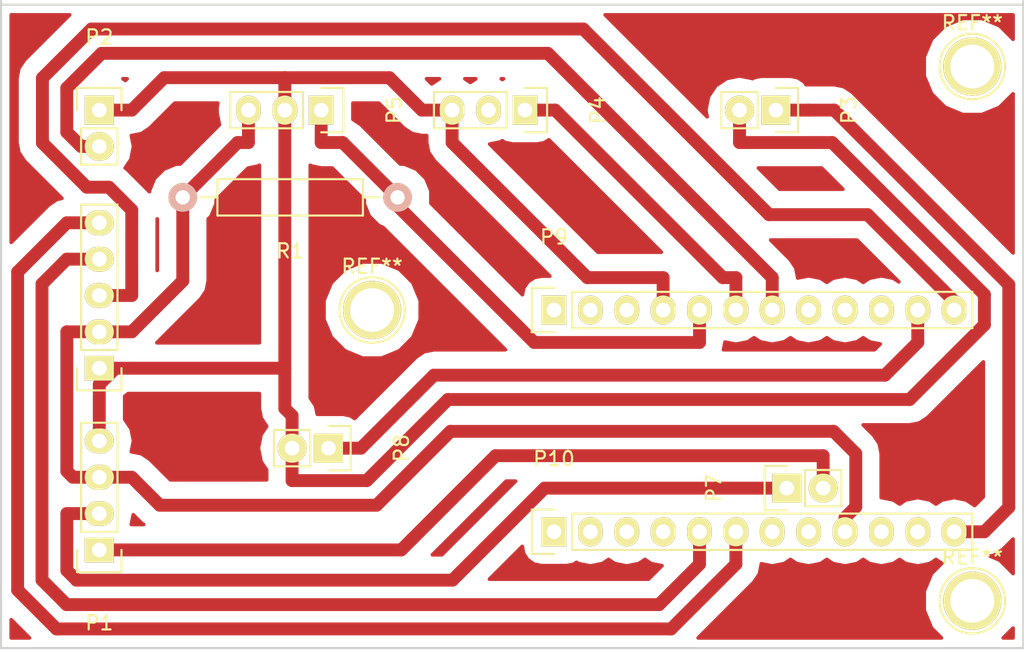
<source format=kicad_pcb>
(kicad_pcb (version 4) (host pcbnew 4.0.2-stable)

  (general
    (links 22)
    (no_connects 0)
    (area 134.888999 57.057 207.394202 104.337)
    (thickness 1.6)
    (drawings 4)
    (tracks 117)
    (zones 0)
    (modules 14)
    (nets 28)
  )

  (page A4)
  (layers
    (0 F.Cu signal)
    (31 B.Cu signal)
    (32 B.Adhes user)
    (33 F.Adhes user)
    (34 B.Paste user)
    (35 F.Paste user)
    (36 B.SilkS user)
    (37 F.SilkS user)
    (38 B.Mask user)
    (39 F.Mask user)
    (40 Dwgs.User user)
    (41 Cmts.User user)
    (42 Eco1.User user)
    (43 Eco2.User user)
    (44 Edge.Cuts user)
    (45 Margin user)
    (46 B.CrtYd user)
    (47 F.CrtYd user)
    (48 B.Fab user)
    (49 F.Fab user)
  )

  (setup
    (last_trace_width 0.7)
    (trace_clearance 1.2)
    (zone_clearance 0.508)
    (zone_45_only no)
    (trace_min 0.2)
    (segment_width 0.2)
    (edge_width 0.15)
    (via_size 0.6)
    (via_drill 0.4)
    (via_min_size 0.4)
    (via_min_drill 0.3)
    (uvia_size 0.3)
    (uvia_drill 0.1)
    (uvias_allowed no)
    (uvia_min_size 0.2)
    (uvia_min_drill 0.1)
    (pcb_text_width 0.3)
    (pcb_text_size 1.5 1.5)
    (mod_edge_width 0.15)
    (mod_text_size 1 1)
    (mod_text_width 0.15)
    (pad_size 1.524 1.524)
    (pad_drill 0.762)
    (pad_to_mask_clearance 0.2)
    (aux_axis_origin 0 0)
    (visible_elements 7FFFFFFF)
    (pcbplotparams
      (layerselection 0x00000_00000001)
      (usegerberextensions false)
      (excludeedgelayer true)
      (linewidth 0.100000)
      (plotframeref false)
      (viasonmask false)
      (mode 1)
      (useauxorigin false)
      (hpglpennumber 1)
      (hpglpenspeed 20)
      (hpglpendiameter 15)
      (hpglpenoverlay 2)
      (psnegative true)
      (psa4output false)
      (plotreference true)
      (plotvalue true)
      (plotinvisibletext false)
      (padsonsilk false)
      (subtractmaskfromsilk false)
      (outputformat 4)
      (mirror true)
      (drillshape 0)
      (scaleselection 1)
      (outputdirectory ""))
  )

  (net 0 "")
  (net 1 A5)
  (net 2 A4)
  (net 3 VCC)
  (net 4 GND)
  (net 5 pin4)
  (net 6 Raw)
  (net 7 3)
  (net 8 "Net-(P4-Pad2)")
  (net 9 /pin2)
  (net 10 9)
  (net 11 /A0)
  (net 12 CLK)
  (net 13 "Net-(P8-Pad1)")
  (net 14 TX0)
  (net 15 "Net-(P9-Pad2)")
  (net 16 "Net-(P9-Pad3)")
  (net 17 "Net-(P9-Pad8)")
  (net 18 "Net-(P9-Pad9)")
  (net 19 "Net-(P9-Pad10)")
  (net 20 10)
  (net 21 "Net-(P10-Pad2)")
  (net 22 "Net-(P10-Pad3)")
  (net 23 "Net-(P10-Pad4)")
  (net 24 "Net-(P10-Pad7)")
  (net 25 "Net-(P10-Pad8)")
  (net 26 "Net-(P10-Pad10)")
  (net 27 "Net-(P10-Pad11)")

  (net_class Default "Esta é a classe de net default."
    (clearance 1.2)
    (trace_width 0.7)
    (via_dia 0.6)
    (via_drill 0.4)
    (uvia_dia 0.3)
    (uvia_drill 0.1)
    (add_net /A0)
    (add_net /pin2)
    (add_net 10)
    (add_net 3)
    (add_net 9)
    (add_net A4)
    (add_net A5)
    (add_net CLK)
    (add_net GND)
    (add_net "Net-(P10-Pad10)")
    (add_net "Net-(P10-Pad11)")
    (add_net "Net-(P10-Pad2)")
    (add_net "Net-(P10-Pad3)")
    (add_net "Net-(P10-Pad4)")
    (add_net "Net-(P10-Pad7)")
    (add_net "Net-(P10-Pad8)")
    (add_net "Net-(P4-Pad2)")
    (add_net "Net-(P8-Pad1)")
    (add_net "Net-(P9-Pad10)")
    (add_net "Net-(P9-Pad2)")
    (add_net "Net-(P9-Pad3)")
    (add_net "Net-(P9-Pad8)")
    (add_net "Net-(P9-Pad9)")
    (add_net Raw)
    (add_net TX0)
    (add_net VCC)
    (add_net pin4)
  )

  (module Pin_Headers:Pin_Header_Straight_1x04 (layer F.Cu) (tedit 0) (tstamp 57A3A4CD)
    (at 142.24 96.012 180)
    (descr "Through hole pin header")
    (tags "pin header")
    (path /57A39D77)
    (fp_text reference P1 (at 0 -5.1 180) (layer F.SilkS)
      (effects (font (size 1 1) (thickness 0.15)))
    )
    (fp_text value LCD (at 0 -3.1 180) (layer F.Fab)
      (effects (font (size 1 1) (thickness 0.15)))
    )
    (fp_line (start -1.75 -1.75) (end -1.75 9.4) (layer F.CrtYd) (width 0.05))
    (fp_line (start 1.75 -1.75) (end 1.75 9.4) (layer F.CrtYd) (width 0.05))
    (fp_line (start -1.75 -1.75) (end 1.75 -1.75) (layer F.CrtYd) (width 0.05))
    (fp_line (start -1.75 9.4) (end 1.75 9.4) (layer F.CrtYd) (width 0.05))
    (fp_line (start -1.27 1.27) (end -1.27 8.89) (layer F.SilkS) (width 0.15))
    (fp_line (start 1.27 1.27) (end 1.27 8.89) (layer F.SilkS) (width 0.15))
    (fp_line (start 1.55 -1.55) (end 1.55 0) (layer F.SilkS) (width 0.15))
    (fp_line (start -1.27 8.89) (end 1.27 8.89) (layer F.SilkS) (width 0.15))
    (fp_line (start 1.27 1.27) (end -1.27 1.27) (layer F.SilkS) (width 0.15))
    (fp_line (start -1.55 0) (end -1.55 -1.55) (layer F.SilkS) (width 0.15))
    (fp_line (start -1.55 -1.55) (end 1.55 -1.55) (layer F.SilkS) (width 0.15))
    (pad 1 thru_hole rect (at 0 0 180) (size 2.032 1.7272) (drill 1.016) (layers *.Cu *.Mask F.SilkS)
      (net 1 A5))
    (pad 2 thru_hole oval (at 0 2.54 180) (size 2.032 1.7272) (drill 1.016) (layers *.Cu *.Mask F.SilkS)
      (net 2 A4))
    (pad 3 thru_hole oval (at 0 5.08 180) (size 2.032 1.7272) (drill 1.016) (layers *.Cu *.Mask F.SilkS)
      (net 3 VCC))
    (pad 4 thru_hole oval (at 0 7.62 180) (size 2.032 1.7272) (drill 1.016) (layers *.Cu *.Mask F.SilkS)
      (net 4 GND))
    (model Pin_Headers.3dshapes/Pin_Header_Straight_1x04.wrl
      (at (xyz 0 -0.15 0))
      (scale (xyz 1 1 1))
      (rotate (xyz 0 0 90))
    )
  )

  (module Pin_Headers:Pin_Header_Straight_1x02 (layer F.Cu) (tedit 54EA090C) (tstamp 57A3A4D3)
    (at 142.24 65.278)
    (descr "Through hole pin header")
    (tags "pin header")
    (path /57A399DD)
    (fp_text reference P2 (at 0 -5.1) (layer F.SilkS)
      (effects (font (size 1 1) (thickness 0.15)))
    )
    (fp_text value Botao (at 0 -3.1) (layer F.Fab)
      (effects (font (size 1 1) (thickness 0.15)))
    )
    (fp_line (start 1.27 1.27) (end 1.27 3.81) (layer F.SilkS) (width 0.15))
    (fp_line (start 1.55 -1.55) (end 1.55 0) (layer F.SilkS) (width 0.15))
    (fp_line (start -1.75 -1.75) (end -1.75 4.3) (layer F.CrtYd) (width 0.05))
    (fp_line (start 1.75 -1.75) (end 1.75 4.3) (layer F.CrtYd) (width 0.05))
    (fp_line (start -1.75 -1.75) (end 1.75 -1.75) (layer F.CrtYd) (width 0.05))
    (fp_line (start -1.75 4.3) (end 1.75 4.3) (layer F.CrtYd) (width 0.05))
    (fp_line (start 1.27 1.27) (end -1.27 1.27) (layer F.SilkS) (width 0.15))
    (fp_line (start -1.55 0) (end -1.55 -1.55) (layer F.SilkS) (width 0.15))
    (fp_line (start -1.55 -1.55) (end 1.55 -1.55) (layer F.SilkS) (width 0.15))
    (fp_line (start -1.27 1.27) (end -1.27 3.81) (layer F.SilkS) (width 0.15))
    (fp_line (start -1.27 3.81) (end 1.27 3.81) (layer F.SilkS) (width 0.15))
    (pad 1 thru_hole rect (at 0 0) (size 2.032 2.032) (drill 1.016) (layers *.Cu *.Mask F.SilkS)
      (net 4 GND))
    (pad 2 thru_hole oval (at 0 2.54) (size 2.032 2.032) (drill 1.016) (layers *.Cu *.Mask F.SilkS)
      (net 5 pin4))
    (model Pin_Headers.3dshapes/Pin_Header_Straight_1x02.wrl
      (at (xyz 0 -0.05 0))
      (scale (xyz 1 1 1))
      (rotate (xyz 0 0 90))
    )
  )

  (module Pin_Headers:Pin_Header_Straight_1x02 (layer F.Cu) (tedit 54EA090C) (tstamp 57A3A4D9)
    (at 189.484 65.278 270)
    (descr "Through hole pin header")
    (tags "pin header")
    (path /57A39B84)
    (fp_text reference P3 (at 0 -5.1 270) (layer F.SilkS)
      (effects (font (size 1 1) (thickness 0.15)))
    )
    (fp_text value Supply (at 0 -3.1 270) (layer F.Fab)
      (effects (font (size 1 1) (thickness 0.15)))
    )
    (fp_line (start 1.27 1.27) (end 1.27 3.81) (layer F.SilkS) (width 0.15))
    (fp_line (start 1.55 -1.55) (end 1.55 0) (layer F.SilkS) (width 0.15))
    (fp_line (start -1.75 -1.75) (end -1.75 4.3) (layer F.CrtYd) (width 0.05))
    (fp_line (start 1.75 -1.75) (end 1.75 4.3) (layer F.CrtYd) (width 0.05))
    (fp_line (start -1.75 -1.75) (end 1.75 -1.75) (layer F.CrtYd) (width 0.05))
    (fp_line (start -1.75 4.3) (end 1.75 4.3) (layer F.CrtYd) (width 0.05))
    (fp_line (start 1.27 1.27) (end -1.27 1.27) (layer F.SilkS) (width 0.15))
    (fp_line (start -1.55 0) (end -1.55 -1.55) (layer F.SilkS) (width 0.15))
    (fp_line (start -1.55 -1.55) (end 1.55 -1.55) (layer F.SilkS) (width 0.15))
    (fp_line (start -1.27 1.27) (end -1.27 3.81) (layer F.SilkS) (width 0.15))
    (fp_line (start -1.27 3.81) (end 1.27 3.81) (layer F.SilkS) (width 0.15))
    (pad 1 thru_hole rect (at 0 0 270) (size 2.032 2.032) (drill 1.016) (layers *.Cu *.Mask F.SilkS)
      (net 6 Raw))
    (pad 2 thru_hole oval (at 0 2.54 270) (size 2.032 2.032) (drill 1.016) (layers *.Cu *.Mask F.SilkS)
      (net 4 GND))
    (model Pin_Headers.3dshapes/Pin_Header_Straight_1x02.wrl
      (at (xyz 0 -0.05 0))
      (scale (xyz 1 1 1))
      (rotate (xyz 0 0 90))
    )
  )

  (module Pin_Headers:Pin_Header_Straight_1x03 (layer F.Cu) (tedit 0) (tstamp 57A3A4E0)
    (at 171.958 65.278 270)
    (descr "Through hole pin header")
    (tags "pin header")
    (path /57A39C92)
    (fp_text reference P4 (at 0 -5.1 270) (layer F.SilkS)
      (effects (font (size 1 1) (thickness 0.15)))
    )
    (fp_text value Motor (at 0 -3.1 270) (layer F.Fab)
      (effects (font (size 1 1) (thickness 0.15)))
    )
    (fp_line (start -1.75 -1.75) (end -1.75 6.85) (layer F.CrtYd) (width 0.05))
    (fp_line (start 1.75 -1.75) (end 1.75 6.85) (layer F.CrtYd) (width 0.05))
    (fp_line (start -1.75 -1.75) (end 1.75 -1.75) (layer F.CrtYd) (width 0.05))
    (fp_line (start -1.75 6.85) (end 1.75 6.85) (layer F.CrtYd) (width 0.05))
    (fp_line (start -1.27 1.27) (end -1.27 6.35) (layer F.SilkS) (width 0.15))
    (fp_line (start -1.27 6.35) (end 1.27 6.35) (layer F.SilkS) (width 0.15))
    (fp_line (start 1.27 6.35) (end 1.27 1.27) (layer F.SilkS) (width 0.15))
    (fp_line (start 1.55 -1.55) (end 1.55 0) (layer F.SilkS) (width 0.15))
    (fp_line (start 1.27 1.27) (end -1.27 1.27) (layer F.SilkS) (width 0.15))
    (fp_line (start -1.55 0) (end -1.55 -1.55) (layer F.SilkS) (width 0.15))
    (fp_line (start -1.55 -1.55) (end 1.55 -1.55) (layer F.SilkS) (width 0.15))
    (pad 1 thru_hole rect (at 0 0 270) (size 2.032 1.7272) (drill 1.016) (layers *.Cu *.Mask F.SilkS)
      (net 7 3))
    (pad 2 thru_hole oval (at 0 2.54 270) (size 2.032 1.7272) (drill 1.016) (layers *.Cu *.Mask F.SilkS)
      (net 8 "Net-(P4-Pad2)"))
    (pad 3 thru_hole oval (at 0 5.08 270) (size 2.032 1.7272) (drill 1.016) (layers *.Cu *.Mask F.SilkS)
      (net 4 GND))
    (model Pin_Headers.3dshapes/Pin_Header_Straight_1x03.wrl
      (at (xyz 0 -0.1 0))
      (scale (xyz 1 1 1))
      (rotate (xyz 0 0 90))
    )
  )

  (module Pin_Headers:Pin_Header_Straight_1x03 (layer F.Cu) (tedit 0) (tstamp 57A3A4E7)
    (at 157.734 65.278 270)
    (descr "Through hole pin header")
    (tags "pin header")
    (path /57A39D0A)
    (fp_text reference P5 (at 0 -5.1 270) (layer F.SilkS)
      (effects (font (size 1 1) (thickness 0.15)))
    )
    (fp_text value Sensor_Hall (at 0 -3.1 270) (layer F.Fab)
      (effects (font (size 1 1) (thickness 0.15)))
    )
    (fp_line (start -1.75 -1.75) (end -1.75 6.85) (layer F.CrtYd) (width 0.05))
    (fp_line (start 1.75 -1.75) (end 1.75 6.85) (layer F.CrtYd) (width 0.05))
    (fp_line (start -1.75 -1.75) (end 1.75 -1.75) (layer F.CrtYd) (width 0.05))
    (fp_line (start -1.75 6.85) (end 1.75 6.85) (layer F.CrtYd) (width 0.05))
    (fp_line (start -1.27 1.27) (end -1.27 6.35) (layer F.SilkS) (width 0.15))
    (fp_line (start -1.27 6.35) (end 1.27 6.35) (layer F.SilkS) (width 0.15))
    (fp_line (start 1.27 6.35) (end 1.27 1.27) (layer F.SilkS) (width 0.15))
    (fp_line (start 1.55 -1.55) (end 1.55 0) (layer F.SilkS) (width 0.15))
    (fp_line (start 1.27 1.27) (end -1.27 1.27) (layer F.SilkS) (width 0.15))
    (fp_line (start -1.55 0) (end -1.55 -1.55) (layer F.SilkS) (width 0.15))
    (fp_line (start -1.55 -1.55) (end 1.55 -1.55) (layer F.SilkS) (width 0.15))
    (pad 1 thru_hole rect (at 0 0 270) (size 2.032 1.7272) (drill 1.016) (layers *.Cu *.Mask F.SilkS)
      (net 9 /pin2))
    (pad 2 thru_hole oval (at 0 2.54 270) (size 2.032 1.7272) (drill 1.016) (layers *.Cu *.Mask F.SilkS)
      (net 4 GND))
    (pad 3 thru_hole oval (at 0 5.08 270) (size 2.032 1.7272) (drill 1.016) (layers *.Cu *.Mask F.SilkS)
      (net 3 VCC))
    (model Pin_Headers.3dshapes/Pin_Header_Straight_1x03.wrl
      (at (xyz 0 -0.1 0))
      (scale (xyz 1 1 1))
      (rotate (xyz 0 0 90))
    )
  )

  (module Pin_Headers:Pin_Header_Straight_1x05 (layer F.Cu) (tedit 54EA0684) (tstamp 57A3A4F0)
    (at 142.24 83.312 180)
    (descr "Through hole pin header")
    (tags "pin header")
    (path /57A39D34)
    (fp_text reference P6 (at 0 -5.1 180) (layer F.SilkS)
      (effects (font (size 1 1) (thickness 0.15)))
    )
    (fp_text value Encoder (at 0 -3.1 180) (layer F.Fab)
      (effects (font (size 1 1) (thickness 0.15)))
    )
    (fp_line (start -1.55 0) (end -1.55 -1.55) (layer F.SilkS) (width 0.15))
    (fp_line (start -1.55 -1.55) (end 1.55 -1.55) (layer F.SilkS) (width 0.15))
    (fp_line (start 1.55 -1.55) (end 1.55 0) (layer F.SilkS) (width 0.15))
    (fp_line (start -1.75 -1.75) (end -1.75 11.95) (layer F.CrtYd) (width 0.05))
    (fp_line (start 1.75 -1.75) (end 1.75 11.95) (layer F.CrtYd) (width 0.05))
    (fp_line (start -1.75 -1.75) (end 1.75 -1.75) (layer F.CrtYd) (width 0.05))
    (fp_line (start -1.75 11.95) (end 1.75 11.95) (layer F.CrtYd) (width 0.05))
    (fp_line (start 1.27 1.27) (end 1.27 11.43) (layer F.SilkS) (width 0.15))
    (fp_line (start 1.27 11.43) (end -1.27 11.43) (layer F.SilkS) (width 0.15))
    (fp_line (start -1.27 11.43) (end -1.27 1.27) (layer F.SilkS) (width 0.15))
    (fp_line (start 1.27 1.27) (end -1.27 1.27) (layer F.SilkS) (width 0.15))
    (pad 1 thru_hole rect (at 0 0 180) (size 2.032 1.7272) (drill 1.016) (layers *.Cu *.Mask F.SilkS)
      (net 4 GND))
    (pad 2 thru_hole oval (at 0 2.54 180) (size 2.032 1.7272) (drill 1.016) (layers *.Cu *.Mask F.SilkS)
      (net 3 VCC))
    (pad 3 thru_hole oval (at 0 5.08 180) (size 2.032 1.7272) (drill 1.016) (layers *.Cu *.Mask F.SilkS)
      (net 10 9))
    (pad 4 thru_hole oval (at 0 7.62 180) (size 2.032 1.7272) (drill 1.016) (layers *.Cu *.Mask F.SilkS)
      (net 11 /A0))
    (pad 5 thru_hole oval (at 0 10.16 180) (size 2.032 1.7272) (drill 1.016) (layers *.Cu *.Mask F.SilkS)
      (net 12 CLK))
    (model Pin_Headers.3dshapes/Pin_Header_Straight_1x05.wrl
      (at (xyz 0 -0.2 0))
      (scale (xyz 1 1 1))
      (rotate (xyz 0 0 90))
    )
  )

  (module Pin_Headers:Pin_Header_Straight_1x02 (layer F.Cu) (tedit 54EA090C) (tstamp 57A3A4F6)
    (at 190.246 91.694 90)
    (descr "Through hole pin header")
    (tags "pin header")
    (path /57A3A4D1)
    (fp_text reference P7 (at 0 -5.1 90) (layer F.SilkS)
      (effects (font (size 1 1) (thickness 0.15)))
    )
    (fp_text value Arduino_Central (at 0 -3.1 90) (layer F.Fab)
      (effects (font (size 1 1) (thickness 0.15)))
    )
    (fp_line (start 1.27 1.27) (end 1.27 3.81) (layer F.SilkS) (width 0.15))
    (fp_line (start 1.55 -1.55) (end 1.55 0) (layer F.SilkS) (width 0.15))
    (fp_line (start -1.75 -1.75) (end -1.75 4.3) (layer F.CrtYd) (width 0.05))
    (fp_line (start 1.75 -1.75) (end 1.75 4.3) (layer F.CrtYd) (width 0.05))
    (fp_line (start -1.75 -1.75) (end 1.75 -1.75) (layer F.CrtYd) (width 0.05))
    (fp_line (start -1.75 4.3) (end 1.75 4.3) (layer F.CrtYd) (width 0.05))
    (fp_line (start 1.27 1.27) (end -1.27 1.27) (layer F.SilkS) (width 0.15))
    (fp_line (start -1.55 0) (end -1.55 -1.55) (layer F.SilkS) (width 0.15))
    (fp_line (start -1.55 -1.55) (end 1.55 -1.55) (layer F.SilkS) (width 0.15))
    (fp_line (start -1.27 1.27) (end -1.27 3.81) (layer F.SilkS) (width 0.15))
    (fp_line (start -1.27 3.81) (end 1.27 3.81) (layer F.SilkS) (width 0.15))
    (pad 1 thru_hole rect (at 0 0 90) (size 2.032 2.032) (drill 1.016) (layers *.Cu *.Mask F.SilkS)
      (net 2 A4))
    (pad 2 thru_hole oval (at 0 2.54 90) (size 2.032 2.032) (drill 1.016) (layers *.Cu *.Mask F.SilkS)
      (net 1 A5))
    (model Pin_Headers.3dshapes/Pin_Header_Straight_1x02.wrl
      (at (xyz 0 -0.05 0))
      (scale (xyz 1 1 1))
      (rotate (xyz 0 0 90))
    )
  )

  (module Pin_Headers:Pin_Header_Straight_1x02 (layer F.Cu) (tedit 54EA090C) (tstamp 57A3A4FC)
    (at 158.242 88.9 270)
    (descr "Through hole pin header")
    (tags "pin header")
    (path /57A3BA54)
    (fp_text reference P8 (at 0 -5.1 270) (layer F.SilkS)
      (effects (font (size 1 1) (thickness 0.15)))
    )
    (fp_text value RESET (at 0 -3.1 270) (layer F.Fab)
      (effects (font (size 1 1) (thickness 0.15)))
    )
    (fp_line (start 1.27 1.27) (end 1.27 3.81) (layer F.SilkS) (width 0.15))
    (fp_line (start 1.55 -1.55) (end 1.55 0) (layer F.SilkS) (width 0.15))
    (fp_line (start -1.75 -1.75) (end -1.75 4.3) (layer F.CrtYd) (width 0.05))
    (fp_line (start 1.75 -1.75) (end 1.75 4.3) (layer F.CrtYd) (width 0.05))
    (fp_line (start -1.75 -1.75) (end 1.75 -1.75) (layer F.CrtYd) (width 0.05))
    (fp_line (start -1.75 4.3) (end 1.75 4.3) (layer F.CrtYd) (width 0.05))
    (fp_line (start 1.27 1.27) (end -1.27 1.27) (layer F.SilkS) (width 0.15))
    (fp_line (start -1.55 0) (end -1.55 -1.55) (layer F.SilkS) (width 0.15))
    (fp_line (start -1.55 -1.55) (end 1.55 -1.55) (layer F.SilkS) (width 0.15))
    (fp_line (start -1.27 1.27) (end -1.27 3.81) (layer F.SilkS) (width 0.15))
    (fp_line (start -1.27 3.81) (end 1.27 3.81) (layer F.SilkS) (width 0.15))
    (pad 1 thru_hole rect (at 0 0 270) (size 2.032 2.032) (drill 1.016) (layers *.Cu *.Mask F.SilkS)
      (net 13 "Net-(P8-Pad1)"))
    (pad 2 thru_hole oval (at 0 2.54 270) (size 2.032 2.032) (drill 1.016) (layers *.Cu *.Mask F.SilkS)
      (net 4 GND))
    (model Pin_Headers.3dshapes/Pin_Header_Straight_1x02.wrl
      (at (xyz 0 -0.05 0))
      (scale (xyz 1 1 1))
      (rotate (xyz 0 0 90))
    )
  )

  (module Socket_Strips:Socket_Strip_Straight_1x12 (layer F.Cu) (tedit 0) (tstamp 57A3A50C)
    (at 173.99 79.248)
    (descr "Through hole socket strip")
    (tags "socket strip")
    (path /57A39ED4)
    (fp_text reference P9 (at 0 -5.1) (layer F.SilkS)
      (effects (font (size 1 1) (thickness 0.15)))
    )
    (fp_text value Arduino_Cima (at 0 -3.1) (layer F.Fab)
      (effects (font (size 1 1) (thickness 0.15)))
    )
    (fp_line (start -1.75 -1.75) (end -1.75 1.75) (layer F.CrtYd) (width 0.05))
    (fp_line (start 29.7 -1.75) (end 29.7 1.75) (layer F.CrtYd) (width 0.05))
    (fp_line (start -1.75 -1.75) (end 29.7 -1.75) (layer F.CrtYd) (width 0.05))
    (fp_line (start -1.75 1.75) (end 29.7 1.75) (layer F.CrtYd) (width 0.05))
    (fp_line (start 1.27 1.27) (end 29.21 1.27) (layer F.SilkS) (width 0.15))
    (fp_line (start 29.21 1.27) (end 29.21 -1.27) (layer F.SilkS) (width 0.15))
    (fp_line (start 29.21 -1.27) (end 1.27 -1.27) (layer F.SilkS) (width 0.15))
    (fp_line (start -1.55 1.55) (end 0 1.55) (layer F.SilkS) (width 0.15))
    (fp_line (start 1.27 1.27) (end 1.27 -1.27) (layer F.SilkS) (width 0.15))
    (fp_line (start 0 -1.55) (end -1.55 -1.55) (layer F.SilkS) (width 0.15))
    (fp_line (start -1.55 -1.55) (end -1.55 1.55) (layer F.SilkS) (width 0.15))
    (pad 1 thru_hole rect (at 0 0) (size 1.7272 2.032) (drill 1.016) (layers *.Cu *.Mask F.SilkS)
      (net 14 TX0))
    (pad 2 thru_hole oval (at 2.54 0) (size 1.7272 2.032) (drill 1.016) (layers *.Cu *.Mask F.SilkS)
      (net 15 "Net-(P9-Pad2)"))
    (pad 3 thru_hole oval (at 5.08 0) (size 1.7272 2.032) (drill 1.016) (layers *.Cu *.Mask F.SilkS)
      (net 16 "Net-(P9-Pad3)"))
    (pad 4 thru_hole oval (at 7.62 0) (size 1.7272 2.032) (drill 1.016) (layers *.Cu *.Mask F.SilkS)
      (net 4 GND))
    (pad 5 thru_hole oval (at 10.16 0) (size 1.7272 2.032) (drill 1.016) (layers *.Cu *.Mask F.SilkS)
      (net 9 /pin2))
    (pad 6 thru_hole oval (at 12.7 0) (size 1.7272 2.032) (drill 1.016) (layers *.Cu *.Mask F.SilkS)
      (net 7 3))
    (pad 7 thru_hole oval (at 15.24 0) (size 1.7272 2.032) (drill 1.016) (layers *.Cu *.Mask F.SilkS)
      (net 5 pin4))
    (pad 8 thru_hole oval (at 17.78 0) (size 1.7272 2.032) (drill 1.016) (layers *.Cu *.Mask F.SilkS)
      (net 17 "Net-(P9-Pad8)"))
    (pad 9 thru_hole oval (at 20.32 0) (size 1.7272 2.032) (drill 1.016) (layers *.Cu *.Mask F.SilkS)
      (net 18 "Net-(P9-Pad9)"))
    (pad 10 thru_hole oval (at 22.86 0) (size 1.7272 2.032) (drill 1.016) (layers *.Cu *.Mask F.SilkS)
      (net 19 "Net-(P9-Pad10)"))
    (pad 11 thru_hole oval (at 25.4 0) (size 1.7272 2.032) (drill 1.016) (layers *.Cu *.Mask F.SilkS)
      (net 13 "Net-(P8-Pad1)"))
    (pad 12 thru_hole oval (at 27.94 0) (size 1.7272 2.032) (drill 1.016) (layers *.Cu *.Mask F.SilkS)
      (net 10 9))
    (model Socket_Strips.3dshapes/Socket_Strip_Straight_1x12.wrl
      (at (xyz 0.55 0 0))
      (scale (xyz 1 1 1))
      (rotate (xyz 0 0 180))
    )
  )

  (module Socket_Strips:Socket_Strip_Straight_1x12 (layer F.Cu) (tedit 0) (tstamp 57A3A51C)
    (at 173.99 94.742)
    (descr "Through hole socket strip")
    (tags "socket strip")
    (path /57A39E45)
    (fp_text reference P10 (at 0 -5.1) (layer F.SilkS)
      (effects (font (size 1 1) (thickness 0.15)))
    )
    (fp_text value Arduino_Baixo (at 0 -3.1) (layer F.Fab)
      (effects (font (size 1 1) (thickness 0.15)))
    )
    (fp_line (start -1.75 -1.75) (end -1.75 1.75) (layer F.CrtYd) (width 0.05))
    (fp_line (start 29.7 -1.75) (end 29.7 1.75) (layer F.CrtYd) (width 0.05))
    (fp_line (start -1.75 -1.75) (end 29.7 -1.75) (layer F.CrtYd) (width 0.05))
    (fp_line (start -1.75 1.75) (end 29.7 1.75) (layer F.CrtYd) (width 0.05))
    (fp_line (start 1.27 1.27) (end 29.21 1.27) (layer F.SilkS) (width 0.15))
    (fp_line (start 29.21 1.27) (end 29.21 -1.27) (layer F.SilkS) (width 0.15))
    (fp_line (start 29.21 -1.27) (end 1.27 -1.27) (layer F.SilkS) (width 0.15))
    (fp_line (start -1.55 1.55) (end 0 1.55) (layer F.SilkS) (width 0.15))
    (fp_line (start 1.27 1.27) (end 1.27 -1.27) (layer F.SilkS) (width 0.15))
    (fp_line (start 0 -1.55) (end -1.55 -1.55) (layer F.SilkS) (width 0.15))
    (fp_line (start -1.55 -1.55) (end -1.55 1.55) (layer F.SilkS) (width 0.15))
    (pad 1 thru_hole rect (at 0 0) (size 1.7272 2.032) (drill 1.016) (layers *.Cu *.Mask F.SilkS)
      (net 20 10))
    (pad 2 thru_hole oval (at 2.54 0) (size 1.7272 2.032) (drill 1.016) (layers *.Cu *.Mask F.SilkS)
      (net 21 "Net-(P10-Pad2)"))
    (pad 3 thru_hole oval (at 5.08 0) (size 1.7272 2.032) (drill 1.016) (layers *.Cu *.Mask F.SilkS)
      (net 22 "Net-(P10-Pad3)"))
    (pad 4 thru_hole oval (at 7.62 0) (size 1.7272 2.032) (drill 1.016) (layers *.Cu *.Mask F.SilkS)
      (net 23 "Net-(P10-Pad4)"))
    (pad 5 thru_hole oval (at 10.16 0) (size 1.7272 2.032) (drill 1.016) (layers *.Cu *.Mask F.SilkS)
      (net 11 /A0))
    (pad 6 thru_hole oval (at 12.7 0) (size 1.7272 2.032) (drill 1.016) (layers *.Cu *.Mask F.SilkS)
      (net 12 CLK))
    (pad 7 thru_hole oval (at 15.24 0) (size 1.7272 2.032) (drill 1.016) (layers *.Cu *.Mask F.SilkS)
      (net 24 "Net-(P10-Pad7)"))
    (pad 8 thru_hole oval (at 17.78 0) (size 1.7272 2.032) (drill 1.016) (layers *.Cu *.Mask F.SilkS)
      (net 25 "Net-(P10-Pad8)"))
    (pad 9 thru_hole oval (at 20.32 0) (size 1.7272 2.032) (drill 1.016) (layers *.Cu *.Mask F.SilkS)
      (net 3 VCC))
    (pad 10 thru_hole oval (at 22.86 0) (size 1.7272 2.032) (drill 1.016) (layers *.Cu *.Mask F.SilkS)
      (net 26 "Net-(P10-Pad10)"))
    (pad 11 thru_hole oval (at 25.4 0) (size 1.7272 2.032) (drill 1.016) (layers *.Cu *.Mask F.SilkS)
      (net 27 "Net-(P10-Pad11)"))
    (pad 12 thru_hole oval (at 27.94 0) (size 1.7272 2.032) (drill 1.016) (layers *.Cu *.Mask F.SilkS)
      (net 6 Raw))
    (model Socket_Strips.3dshapes/Socket_Strip_Straight_1x12.wrl
      (at (xyz 0.55 0 0))
      (scale (xyz 1 1 1))
      (rotate (xyz 0 0 180))
    )
  )

  (module Resistors_ThroughHole:Resistor_Horizontal_RM15mm (layer F.Cu) (tedit 569FCEE8) (tstamp 57A3A522)
    (at 163.068 71.374 180)
    (descr "Resistor, Axial, RM 15mm,")
    (tags "Resistor Axial RM 15mm")
    (path /57A3AE4A)
    (fp_text reference R1 (at 7.5 -3.74904 180) (layer F.SilkS)
      (effects (font (size 1 1) (thickness 0.15)))
    )
    (fp_text value R (at 7.5 4.0005 180) (layer F.Fab)
      (effects (font (size 1 1) (thickness 0.15)))
    )
    (fp_line (start -1.25 1.5) (end -1.25 -1.5) (layer F.CrtYd) (width 0.05))
    (fp_line (start -1.25 -1.5) (end 16.25 -1.5) (layer F.CrtYd) (width 0.05))
    (fp_line (start 16.25 -1.5) (end 16.25 1.5) (layer F.CrtYd) (width 0.05))
    (fp_line (start 16.25 1.5) (end -1.25 1.5) (layer F.CrtYd) (width 0.05))
    (fp_line (start 2.42 -1.27) (end 2.42 1.27) (layer F.SilkS) (width 0.15))
    (fp_line (start 2.42 1.27) (end 12.58 1.27) (layer F.SilkS) (width 0.15))
    (fp_line (start 12.58 1.27) (end 12.58 -1.27) (layer F.SilkS) (width 0.15))
    (fp_line (start 12.58 -1.27) (end 2.42 -1.27) (layer F.SilkS) (width 0.15))
    (fp_line (start 13.73 0) (end 12.58 0) (layer F.SilkS) (width 0.15))
    (fp_line (start 1.27 0) (end 2.42 0) (layer F.SilkS) (width 0.15))
    (pad 1 thru_hole circle (at 0 0 180) (size 1.99898 1.99898) (drill 1.00076) (layers *.Cu *.SilkS *.Mask)
      (net 9 /pin2))
    (pad 2 thru_hole circle (at 15 0 180) (size 1.99898 1.99898) (drill 1.00076) (layers *.Cu *.SilkS *.Mask)
      (net 3 VCC))
    (model Resistors_ThroughHole.3dshapes/Resistor_Horizontal_RM15mm.wrl
      (at (xyz 0.295 0 0))
      (scale (xyz 0.395 0.4 0.4))
      (rotate (xyz 0 0 0))
    )
  )

  (module Connect:1pin (layer F.Cu) (tedit 0) (tstamp 57A3B808)
    (at 203.2 62.23)
    (descr "module 1 pin (ou trou mecanique de percage)")
    (tags DEV)
    (fp_text reference REF** (at 0 -3.048) (layer F.SilkS)
      (effects (font (size 1 1) (thickness 0.15)))
    )
    (fp_text value 1pin (at 0 2.794) (layer F.Fab)
      (effects (font (size 1 1) (thickness 0.15)))
    )
    (fp_circle (center 0 0) (end 0 -2.286) (layer F.SilkS) (width 0.15))
    (pad 1 thru_hole circle (at 0 0) (size 4.064 4.064) (drill 3.048) (layers *.Cu *.Mask F.SilkS))
  )

  (module Connect:1pin (layer F.Cu) (tedit 0) (tstamp 57A3B81D)
    (at 203.2 99.568)
    (descr "module 1 pin (ou trou mecanique de percage)")
    (tags DEV)
    (fp_text reference REF** (at 0 -3.048) (layer F.SilkS)
      (effects (font (size 1 1) (thickness 0.15)))
    )
    (fp_text value 1pin (at 0 2.794) (layer F.Fab)
      (effects (font (size 1 1) (thickness 0.15)))
    )
    (fp_circle (center 0 0) (end 0 -2.286) (layer F.SilkS) (width 0.15))
    (pad 1 thru_hole circle (at 0 0) (size 4.064 4.064) (drill 3.048) (layers *.Cu *.Mask F.SilkS))
  )

  (module Connect:1pin (layer F.Cu) (tedit 0) (tstamp 57A3BA9D)
    (at 161.29 79.248)
    (descr "module 1 pin (ou trou mecanique de percage)")
    (tags DEV)
    (fp_text reference REF** (at 0 -3.048) (layer F.SilkS)
      (effects (font (size 1 1) (thickness 0.15)))
    )
    (fp_text value 1pin (at 0 2.794) (layer F.Fab)
      (effects (font (size 1 1) (thickness 0.15)))
    )
    (fp_circle (center 0 0) (end 0 -2.286) (layer F.SilkS) (width 0.15))
    (pad 1 thru_hole circle (at 0 0) (size 4.064 4.064) (drill 3.048) (layers *.Cu *.Mask F.SilkS))
  )

  (gr_line (start 135.382 57.912) (end 206.756 57.912) (angle 90) (layer Edge.Cuts) (width 0.15))
  (gr_line (start 206.756 102.87) (end 206.756 57.658) (angle 90) (layer Edge.Cuts) (width 0.15))
  (gr_line (start 135.382 102.87) (end 206.756 102.87) (angle 90) (layer Edge.Cuts) (width 0.15))
  (gr_line (start 135.382 57.658) (end 135.382 102.87) (angle 90) (layer Edge.Cuts) (width 0.15))

  (segment (start 163.326 96.012) (end 142.24 96.012) (width 0.9) (layer F.Cu) (net 1))
  (segment (start 169.9103 89.4277) (end 163.326 96.012) (width 0.9) (layer F.Cu) (net 1))
  (segment (start 192.786 89.4277) (end 169.9103 89.4277) (width 0.9) (layer F.Cu) (net 1))
  (segment (start 192.786 91.694) (end 192.786 89.4277) (width 0.9) (layer F.Cu) (net 1))
  (segment (start 142.24 93.472) (end 139.9737 93.472) (width 0.9) (layer F.Cu) (net 2))
  (segment (start 173.3326 91.694) (end 190.246 91.694) (width 0.9) (layer F.Cu) (net 2))
  (segment (start 166.9006 98.126) (end 173.3326 91.694) (width 0.9) (layer F.Cu) (net 2))
  (segment (start 140.6567 98.126) (end 166.9006 98.126) (width 0.9) (layer F.Cu) (net 2))
  (segment (start 139.9737 97.443) (end 140.6567 98.126) (width 0.9) (layer F.Cu) (net 2))
  (segment (start 139.9737 93.472) (end 139.9737 97.443) (width 0.9) (layer F.Cu) (net 2))
  (segment (start 152.654 65.278) (end 152.654 67.5443) (width 0.9) (layer F.Cu) (net 3))
  (segment (start 151.8977 67.5443) (end 148.068 71.374) (width 0.9) (layer F.Cu) (net 3))
  (segment (start 152.654 67.5443) (end 151.8977 67.5443) (width 0.9) (layer F.Cu) (net 3))
  (segment (start 141.9398 80.772) (end 139.9737 80.772) (width 0.9) (layer F.Cu) (net 3))
  (segment (start 141.9398 80.772) (end 142.24 80.772) (width 0.9) (layer F.Cu) (net 3))
  (segment (start 142.24 80.772) (end 144.5063 80.772) (width 0.9) (layer F.Cu) (net 3))
  (segment (start 139.9737 90.5069) (end 139.9737 80.772) (width 0.9) (layer F.Cu) (net 3))
  (segment (start 140.3988 90.932) (end 139.9737 90.5069) (width 0.9) (layer F.Cu) (net 3))
  (segment (start 148.068 77.2103) (end 148.068 71.374) (width 0.9) (layer F.Cu) (net 3))
  (segment (start 144.5063 80.772) (end 148.068 77.2103) (width 0.9) (layer F.Cu) (net 3))
  (segment (start 141.9398 90.932) (end 140.3988 90.932) (width 0.9) (layer F.Cu) (net 3))
  (segment (start 141.9398 90.932) (end 142.24 90.932) (width 0.9) (layer F.Cu) (net 3))
  (segment (start 142.24 90.932) (end 144.5063 90.932) (width 0.9) (layer F.Cu) (net 3))
  (segment (start 146.4632 92.8889) (end 144.5063 90.932) (width 0.9) (layer F.Cu) (net 3))
  (segment (start 161.5981 92.8889) (end 146.4632 92.8889) (width 0.9) (layer F.Cu) (net 3))
  (segment (start 166.7608 87.7262) (end 161.5981 92.8889) (width 0.9) (layer F.Cu) (net 3))
  (segment (start 193.5138 87.7262) (end 166.7608 87.7262) (width 0.9) (layer F.Cu) (net 3))
  (segment (start 195.0613 89.2737) (end 193.5138 87.7262) (width 0.9) (layer F.Cu) (net 3))
  (segment (start 195.0613 93.0063) (end 195.0613 89.2737) (width 0.9) (layer F.Cu) (net 3))
  (segment (start 194.31 93.7576) (end 195.0613 93.0063) (width 0.9) (layer F.Cu) (net 3))
  (segment (start 194.31 94.742) (end 194.31 93.7576) (width 0.9) (layer F.Cu) (net 3))
  (segment (start 176.3154 76.9817) (end 166.878 67.5443) (width 0.9) (layer F.Cu) (net 4))
  (segment (start 181.61 76.9817) (end 176.3154 76.9817) (width 0.9) (layer F.Cu) (net 4))
  (segment (start 181.61 79.248) (end 181.61 76.9817) (width 0.9) (layer F.Cu) (net 4))
  (segment (start 166.878 65.278) (end 166.878 67.5443) (width 0.9) (layer F.Cu) (net 4))
  (segment (start 166.878 65.278) (end 164.7641 65.278) (width 0.9) (layer F.Cu) (net 4))
  (segment (start 155.194 64.3574) (end 155.194 63.4368) (width 0.9) (layer F.Cu) (net 4))
  (segment (start 186.944 65.278) (end 186.944 67.5443) (width 0.9) (layer F.Cu) (net 4))
  (segment (start 142.24 65.278) (end 144.5063 65.278) (width 0.9) (layer F.Cu) (net 4))
  (segment (start 146.7726 63.0117) (end 144.5063 65.278) (width 0.9) (layer F.Cu) (net 4))
  (segment (start 155.194 63.0117) (end 146.7726 63.0117) (width 0.9) (layer F.Cu) (net 4))
  (segment (start 155.194 63.4368) (end 155.194 63.0117) (width 0.9) (layer F.Cu) (net 4))
  (segment (start 162.4978 63.0117) (end 164.7641 65.278) (width 0.9) (layer F.Cu) (net 4))
  (segment (start 155.194 63.0117) (end 162.4978 63.0117) (width 0.9) (layer F.Cu) (net 4))
  (segment (start 155.194 64.3574) (end 155.194 65.278) (width 0.9) (layer F.Cu) (net 4))
  (segment (start 155.702 88.9) (end 155.702 86.6337) (width 0.9) (layer F.Cu) (net 4))
  (segment (start 155.702 88.9) (end 155.702 91.1663) (width 0.9) (layer F.Cu) (net 4))
  (segment (start 155.194 83.312) (end 144.5063 83.312) (width 0.9) (layer F.Cu) (net 4))
  (segment (start 155.194 65.278) (end 155.194 83.312) (width 0.9) (layer F.Cu) (net 4))
  (segment (start 155.194 86.1257) (end 155.702 86.6337) (width 0.9) (layer F.Cu) (net 4))
  (segment (start 155.194 83.312) (end 155.194 86.1257) (width 0.9) (layer F.Cu) (net 4))
  (segment (start 142.24 83.312) (end 143.3732 83.312) (width 0.9) (layer F.Cu) (net 4))
  (segment (start 143.3732 83.312) (end 144.5063 83.312) (width 0.9) (layer F.Cu) (net 4))
  (segment (start 142.24 84.4452) (end 142.24 88.392) (width 0.9) (layer F.Cu) (net 4))
  (segment (start 143.3732 83.312) (end 142.24 84.4452) (width 0.9) (layer F.Cu) (net 4))
  (segment (start 160.9161 91.1663) (end 155.702 91.1663) (width 0.9) (layer F.Cu) (net 4))
  (segment (start 166.583 85.4994) (end 160.9161 91.1663) (width 0.9) (layer F.Cu) (net 4))
  (segment (start 198.8257 85.4994) (end 166.583 85.4994) (width 0.9) (layer F.Cu) (net 4))
  (segment (start 204.0439 80.2812) (end 198.8257 85.4994) (width 0.9) (layer F.Cu) (net 4))
  (segment (start 204.0439 78.1727) (end 204.0439 80.2812) (width 0.9) (layer F.Cu) (net 4))
  (segment (start 193.4155 67.5443) (end 204.0439 78.1727) (width 0.9) (layer F.Cu) (net 4))
  (segment (start 186.944 67.5443) (end 193.4155 67.5443) (width 0.9) (layer F.Cu) (net 4))
  (segment (start 173.5596 61.3113) (end 189.23 76.9817) (width 0.9) (layer F.Cu) (net 5))
  (segment (start 142.3986 61.3113) (end 173.5596 61.3113) (width 0.9) (layer F.Cu) (net 5))
  (segment (start 139.9702 63.7397) (end 142.3986 61.3113) (width 0.9) (layer F.Cu) (net 5))
  (segment (start 139.9702 66.815) (end 139.9702 63.7397) (width 0.9) (layer F.Cu) (net 5))
  (segment (start 140.9732 67.818) (end 139.9702 66.815) (width 0.9) (layer F.Cu) (net 5))
  (segment (start 142.24 67.818) (end 140.9732 67.818) (width 0.9) (layer F.Cu) (net 5))
  (segment (start 189.23 79.248) (end 189.23 76.9817) (width 0.9) (layer F.Cu) (net 5))
  (segment (start 201.93 94.742) (end 204.0439 94.742) (width 0.9) (layer F.Cu) (net 6))
  (segment (start 189.484 65.278) (end 191.7503 65.278) (width 0.9) (layer F.Cu) (net 6))
  (segment (start 193.5537 65.278) (end 191.7503 65.278) (width 0.9) (layer F.Cu) (net 6))
  (segment (start 205.7442 77.4685) (end 193.5537 65.278) (width 0.9) (layer F.Cu) (net 6))
  (segment (start 205.7442 93.0417) (end 205.7442 77.4685) (width 0.9) (layer F.Cu) (net 6))
  (segment (start 204.0439 94.742) (end 205.7442 93.0417) (width 0.9) (layer F.Cu) (net 6))
  (segment (start 185.7756 76.9817) (end 174.0719 65.278) (width 0.9) (layer F.Cu) (net 7))
  (segment (start 186.69 76.9817) (end 185.7756 76.9817) (width 0.9) (layer F.Cu) (net 7))
  (segment (start 186.69 79.248) (end 186.69 76.9817) (width 0.9) (layer F.Cu) (net 7))
  (segment (start 171.958 65.278) (end 174.0719 65.278) (width 0.9) (layer F.Cu) (net 7))
  (segment (start 159.2383 67.5443) (end 157.734 67.5443) (width 0.9) (layer F.Cu) (net 9))
  (segment (start 163.068 71.374) (end 159.2383 67.5443) (width 0.9) (layer F.Cu) (net 9))
  (segment (start 157.734 65.278) (end 157.734 67.5443) (width 0.9) (layer F.Cu) (net 9))
  (segment (start 163.068 71.9737) (end 163.068 71.374) (width 0.9) (layer F.Cu) (net 9))
  (segment (start 172.6086 81.5143) (end 163.068 71.9737) (width 0.9) (layer F.Cu) (net 9))
  (segment (start 184.15 81.5143) (end 172.6086 81.5143) (width 0.9) (layer F.Cu) (net 9))
  (segment (start 184.15 79.248) (end 184.15 81.5143) (width 0.9) (layer F.Cu) (net 9))
  (segment (start 144.5063 72.2588) (end 144.5063 78.232) (width 0.9) (layer F.Cu) (net 10))
  (segment (start 142.9091 70.6616) (end 144.5063 72.2588) (width 0.9) (layer F.Cu) (net 10))
  (segment (start 141.3632 70.6616) (end 142.9091 70.6616) (width 0.9) (layer F.Cu) (net 10))
  (segment (start 138.2699 67.5683) (end 141.3632 70.6616) (width 0.9) (layer F.Cu) (net 10))
  (segment (start 138.2699 63.0354) (end 138.2699 67.5683) (width 0.9) (layer F.Cu) (net 10))
  (segment (start 141.6943 59.611) (end 138.2699 63.0354) (width 0.9) (layer F.Cu) (net 10))
  (segment (start 176.0362 59.611) (end 141.6943 59.611) (width 0.9) (layer F.Cu) (net 10))
  (segment (start 189.0064 72.5812) (end 176.0362 59.611) (width 0.9) (layer F.Cu) (net 10))
  (segment (start 195.8844 72.5812) (end 189.0064 72.5812) (width 0.9) (layer F.Cu) (net 10))
  (segment (start 201.93 78.6268) (end 195.8844 72.5812) (width 0.9) (layer F.Cu) (net 10))
  (segment (start 201.93 79.248) (end 201.93 78.6268) (width 0.9) (layer F.Cu) (net 10))
  (segment (start 142.24 78.232) (end 144.5063 78.232) (width 0.9) (layer F.Cu) (net 10))
  (segment (start 138.2393 77.4264) (end 139.9737 75.692) (width 0.9) (layer F.Cu) (net 11))
  (segment (start 138.2393 98.1149) (end 138.2393 77.4264) (width 0.9) (layer F.Cu) (net 11))
  (segment (start 139.9561 99.8317) (end 138.2393 98.1149) (width 0.9) (layer F.Cu) (net 11))
  (segment (start 181.3266 99.8317) (end 139.9561 99.8317) (width 0.9) (layer F.Cu) (net 11))
  (segment (start 184.15 97.0083) (end 181.3266 99.8317) (width 0.9) (layer F.Cu) (net 11))
  (segment (start 184.15 94.742) (end 184.15 97.0083) (width 0.9) (layer F.Cu) (net 11))
  (segment (start 142.24 75.692) (end 139.9737 75.692) (width 0.9) (layer F.Cu) (net 11))
  (segment (start 142.24 73.152) (end 139.9737 73.152) (width 0.9) (layer F.Cu) (net 12))
  (segment (start 186.69 94.742) (end 186.69 97.0083) (width 0.9) (layer F.Cu) (net 12))
  (segment (start 182.1663 101.532) (end 186.69 97.0083) (width 0.9) (layer F.Cu) (net 12))
  (segment (start 139.2518 101.532) (end 182.1663 101.532) (width 0.9) (layer F.Cu) (net 12))
  (segment (start 136.539 98.8192) (end 139.2518 101.532) (width 0.9) (layer F.Cu) (net 12))
  (segment (start 136.539 76.5867) (end 136.539 98.8192) (width 0.9) (layer F.Cu) (net 12))
  (segment (start 139.9737 73.152) (end 136.539 76.5867) (width 0.9) (layer F.Cu) (net 12))
  (segment (start 199.39 79.248) (end 199.39 81.5143) (width 0.9) (layer F.Cu) (net 13))
  (segment (start 158.242 88.9) (end 160.5083 88.9) (width 0.9) (layer F.Cu) (net 13))
  (segment (start 165.6092 83.7991) (end 160.5083 88.9) (width 0.9) (layer F.Cu) (net 13))
  (segment (start 197.1052 83.7991) (end 165.6092 83.7991) (width 0.9) (layer F.Cu) (net 13))
  (segment (start 199.39 81.5143) (end 197.1052 83.7991) (width 0.9) (layer F.Cu) (net 13))

  (zone (net 0) (net_name "") (layer F.Cu) (tstamp 57A3B937) (hatch edge 0.508)
    (connect_pads (clearance 0.508))
    (min_thickness 0.254)
    (fill yes (arc_segments 16) (thermal_gap 0.508) (thermal_bridge_width 0.508))
    (polygon
      (pts
        (xy 206.756 102.87) (xy 135.382 102.87) (xy 135.382 57.912) (xy 206.502 57.912) (xy 206.756 102.87)
      )
    )
    (filled_polygon
      (pts
        (xy 206.046 102.16) (xy 205.357966 102.16) (xy 206.045961 101.473205) (xy 206.046 101.473111)
      )
    )
    (filled_polygon
      (pts
        (xy 137.366743 102.16) (xy 136.092 102.16) (xy 136.092 100.885258)
      )
    )
    (filled_polygon
      (pts
        (xy 201.069055 96.949026) (xy 200.354039 97.662795) (xy 199.841584 98.896922) (xy 199.840418 100.233215) (xy 200.350718 101.468235)
        (xy 201.041277 102.16) (xy 184.051358 102.16) (xy 187.946529 98.264829) (xy 188.331734 97.688329) (xy 188.467 97.0083)
        (xy 188.467 96.979132) (xy 189.23 97.130902) (xy 190.068306 96.964153) (xy 190.5 96.675704) (xy 190.931694 96.964153)
        (xy 191.77 97.130902) (xy 192.608306 96.964153) (xy 193.04 96.675704) (xy 193.471694 96.964153) (xy 194.31 97.130902)
        (xy 195.148306 96.964153) (xy 195.58 96.675704) (xy 196.011694 96.964153) (xy 196.85 97.130902) (xy 197.688306 96.964153)
        (xy 198.12 96.675704) (xy 198.551694 96.964153) (xy 199.39 97.130902) (xy 200.228306 96.964153) (xy 200.66 96.675704)
      )
    )
    (filled_polygon
      (pts
        (xy 171.865933 96.249757) (xy 172.156561 96.701405) (xy 172.600008 97.0044) (xy 173.1264 97.110997) (xy 174.8536 97.110997)
        (xy 175.345357 97.018467) (xy 175.563194 96.878292) (xy 175.691694 96.964153) (xy 176.53 97.130902) (xy 177.368306 96.964153)
        (xy 177.8 96.675704) (xy 178.231694 96.964153) (xy 179.07 97.130902) (xy 179.908306 96.964153) (xy 180.34 96.675704)
        (xy 180.771694 96.964153) (xy 181.530211 97.115031) (xy 180.590542 98.0547) (xy 169.484958 98.0547) (xy 171.77471 95.764947)
      )
    )
    (filled_polygon
      (pts
        (xy 206.046 97.664477) (xy 205.105205 96.722039) (xy 204.430865 96.442028) (xy 204.723929 96.383734) (xy 205.300429 95.998529)
        (xy 206.046 95.252958)
      )
    )
    (filled_polygon
      (pts
        (xy 166.164542 96.349) (xy 165.502058 96.349) (xy 170.646357 91.2047) (xy 171.308843 91.2047)
      )
    )
    (filled_polygon
      (pts
        (xy 145.206669 94.145426) (xy 145.206671 94.145429) (xy 145.340724 94.235) (xy 144.477132 94.235) (xy 144.613031 93.551788)
      )
    )
    (filled_polygon
      (pts
        (xy 203.9672 92.305642) (xy 203.358584 92.914258) (xy 202.768306 92.519847) (xy 201.93 92.353098) (xy 201.091694 92.519847)
        (xy 200.66 92.808296) (xy 200.228306 92.519847) (xy 199.39 92.353098) (xy 198.551694 92.519847) (xy 198.12 92.808296)
        (xy 197.688306 92.519847) (xy 196.85 92.353098) (xy 196.8383 92.355425) (xy 196.8383 89.2737) (xy 196.703034 88.593672)
        (xy 196.317829 88.017171) (xy 196.317826 88.017169) (xy 195.577057 87.2764) (xy 198.8257 87.2764) (xy 199.505729 87.141134)
        (xy 200.082229 86.755929) (xy 203.9672 82.870958)
      )
    )
    (filled_polygon
      (pts
        (xy 153.417 86.1257) (xy 153.552266 86.805729) (xy 153.925 87.363565) (xy 153.925 87.377312) (xy 153.53735 87.957471)
        (xy 153.359 88.854098) (xy 153.359 88.945902) (xy 153.53735 89.842529) (xy 153.925 90.422688) (xy 153.925 91.1119)
        (xy 147.199257 91.1119) (xy 145.762829 89.675471) (xy 145.186329 89.290266) (xy 144.5063 89.155) (xy 144.477132 89.155)
        (xy 144.628902 88.392) (xy 144.462153 87.553694) (xy 144.017 86.887476) (xy 144.017 85.262814) (xy 144.199405 85.145439)
        (xy 144.237968 85.089) (xy 153.417 85.089)
      )
    )
    (filled_polygon
      (pts
        (xy 157.053972 69.186034) (xy 157.734 69.3213) (xy 158.502242 69.3213) (xy 160.741346 71.560404) (xy 160.741107 71.834737)
        (xy 161.094547 72.690129) (xy 161.748428 73.345152) (xy 162.052767 73.471525) (xy 170.603342 82.0221) (xy 165.6092 82.0221)
        (xy 164.929171 82.157366) (xy 164.352671 82.542571) (xy 160.065541 86.829701) (xy 159.784392 86.6376) (xy 159.258 86.531003)
        (xy 157.458572 86.531003) (xy 157.343734 85.953672) (xy 156.971 85.395835) (xy 156.971 79.913215) (xy 157.930418 79.913215)
        (xy 158.440718 81.148235) (xy 159.384795 82.093961) (xy 160.618922 82.606416) (xy 161.955215 82.607582) (xy 163.190235 82.097282)
        (xy 164.135961 81.153205) (xy 164.648416 79.919078) (xy 164.649582 78.582785) (xy 164.139282 77.347765) (xy 163.195205 76.402039)
        (xy 161.961078 75.889584) (xy 160.624785 75.888418) (xy 159.389765 76.398718) (xy 158.444039 77.342795) (xy 157.931584 78.576922)
        (xy 157.930418 79.913215) (xy 156.971 79.913215) (xy 156.971 69.130594)
      )
    )
    (filled_polygon
      (pts
        (xy 196.011694 81.470153) (xy 196.770211 81.621031) (xy 196.369142 82.0221) (xy 185.825992 82.0221) (xy 185.927 81.5143)
        (xy 185.927 81.485132) (xy 186.69 81.636902) (xy 187.528306 81.470153) (xy 187.96 81.181704) (xy 188.391694 81.470153)
        (xy 189.23 81.636902) (xy 190.068306 81.470153) (xy 190.5 81.181704) (xy 190.931694 81.470153) (xy 191.77 81.636902)
        (xy 192.608306 81.470153) (xy 193.04 81.181704) (xy 193.471694 81.470153) (xy 194.31 81.636902) (xy 195.148306 81.470153)
        (xy 195.58 81.181704)
      )
    )
    (filled_polygon
      (pts
        (xy 153.417 81.535) (xy 146.256358 81.535) (xy 149.324526 78.466831) (xy 149.324529 78.466829) (xy 149.709734 77.890328)
        (xy 149.845 77.2103) (xy 149.845 72.887386) (xy 150.039152 72.693572) (xy 150.394086 71.838798) (xy 150.394328 71.56073)
        (xy 152.633758 69.3213) (xy 152.654 69.3213) (xy 153.334028 69.186034) (xy 153.417 69.130594)
      )
    )
    (filled_polygon
      (pts
        (xy 163.507571 66.534529) (xy 164.084071 66.919734) (xy 164.7641 67.055) (xy 165.101 67.055) (xy 165.101 67.5443)
        (xy 165.236266 68.224329) (xy 165.621471 68.800829) (xy 173.699645 76.879003) (xy 173.1264 76.879003) (xy 172.634643 76.971533)
        (xy 172.182995 77.262161) (xy 171.88 77.705608) (xy 171.78451 78.177152) (xy 165.394131 71.786773) (xy 165.394893 70.913263)
        (xy 165.041453 70.057871) (xy 164.387572 69.402848) (xy 163.532798 69.047914) (xy 163.25473 69.047672) (xy 160.494829 66.287771)
        (xy 159.950597 65.924127) (xy 159.950597 64.7887) (xy 161.761742 64.7887)
      )
    )
    (filled_polygon
      (pts
        (xy 198.073103 77.28296) (xy 197.688306 77.025847) (xy 196.85 76.859098) (xy 196.011694 77.025847) (xy 195.58 77.314296)
        (xy 195.148306 77.025847) (xy 194.31 76.859098) (xy 193.471694 77.025847) (xy 193.04 77.314296) (xy 192.608306 77.025847)
        (xy 191.77 76.859098) (xy 191.007 77.010868) (xy 191.007 76.9817) (xy 190.92843 76.5867) (xy 190.871734 76.301671)
        (xy 190.486529 75.725171) (xy 189.119558 74.3582) (xy 195.148342 74.3582)
      )
    )
    (filled_polygon
      (pts
        (xy 146.291 72.886925) (xy 146.291 76.474243) (xy 146.2833 76.481943) (xy 146.2833 72.879212)
      )
    )
    (filled_polygon
      (pts
        (xy 206.046 60.326477) (xy 205.105205 59.384039) (xy 203.871078 58.871584) (xy 202.534785 58.870418) (xy 201.299765 59.380718)
        (xy 200.354039 60.324795) (xy 199.841584 61.558922) (xy 199.840418 62.895215) (xy 200.350718 64.130235) (xy 201.294795 65.075961)
        (xy 202.528922 65.588416) (xy 203.865215 65.589582) (xy 205.100235 65.079282) (xy 206.045961 64.135205) (xy 206.046 64.135111)
        (xy 206.046 75.257243) (xy 194.810229 64.021471) (xy 194.233729 63.636266) (xy 193.5537 63.501) (xy 191.587214 63.501)
        (xy 191.469839 63.318595) (xy 191.026392 63.0156) (xy 190.5 62.909003) (xy 188.468 62.909003) (xy 187.976243 63.001533)
        (xy 187.856905 63.078325) (xy 187.840627 63.067448) (xy 186.944 62.889098) (xy 186.047373 63.067448) (xy 185.287249 63.575347)
        (xy 184.77935 64.335471) (xy 184.601 65.232098) (xy 184.601 65.323902) (xy 184.685135 65.746877) (xy 177.560258 58.622)
        (xy 206.046 58.622)
      )
    )
    (filled_polygon
      (pts
        (xy 181.485542 75.2047) (xy 177.051458 75.2047) (xy 169.497789 67.651031) (xy 170.256306 67.500153) (xy 170.384117 67.414752)
        (xy 170.568008 67.5404) (xy 171.0944 67.646997) (xy 172.8216 67.646997) (xy 173.313357 67.554467) (xy 173.630946 67.350104)
      )
    )
    (filled_polygon
      (pts
        (xy 137.013371 61.778871) (xy 136.628166 62.355371) (xy 136.519618 62.901078) (xy 136.4929 63.0354) (xy 136.4929 67.5683)
        (xy 136.628166 68.248329) (xy 137.013371 68.824829) (xy 139.631592 71.44305) (xy 139.293672 71.510266) (xy 139.154868 71.603012)
        (xy 138.717171 71.895471) (xy 136.092 74.520642) (xy 136.092 58.622) (xy 140.170242 58.622)
      )
    )
    (filled_polygon
      (pts
        (xy 150.4634 65.079698) (xy 150.4634 65.476302) (xy 150.627525 66.301417) (xy 147.881596 69.047346) (xy 147.607263 69.047107)
        (xy 146.751871 69.400547) (xy 146.096848 70.054428) (xy 145.741914 70.909202) (xy 145.741851 70.981293) (xy 144.165629 69.405071)
        (xy 144.043664 69.323577) (xy 144.450552 68.714627) (xy 144.628902 67.818) (xy 144.477132 67.055) (xy 144.5063 67.055)
        (xy 145.186329 66.919734) (xy 145.762829 66.534529) (xy 147.508658 64.7887) (xy 150.521283 64.7887)
      )
    )
    (filled_polygon
      (pts
        (xy 194.162342 70.8042) (xy 189.742458 70.8042) (xy 188.259558 69.3213) (xy 192.679442 69.3213)
      )
    )
    (filled_polygon
      (pts
        (xy 165.449416 63.450258) (xy 165.087458 63.0883) (xy 165.991125 63.0883)
      )
    )
    (filled_polygon
      (pts
        (xy 168.148 63.344296) (xy 167.764875 63.0883) (xy 168.531125 63.0883)
      )
    )
    (filled_polygon
      (pts
        (xy 144.063541 63.207701) (xy 143.888792 63.0883) (xy 144.182942 63.0883)
      )
    )
    (filled_polygon
      (pts
        (xy 170.384806 63.141708) (xy 170.304875 63.0883) (xy 170.467803 63.0883)
      )
    )
  )
)

</source>
